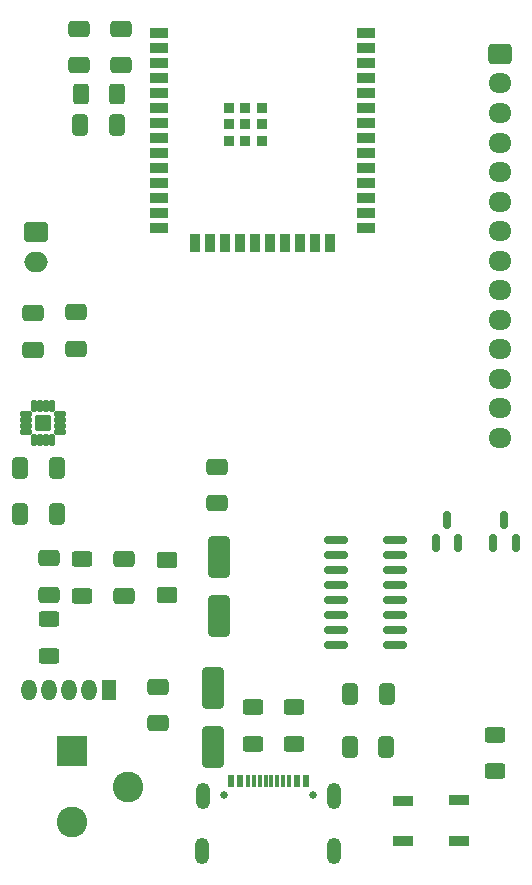
<source format=gbr>
%TF.GenerationSoftware,KiCad,Pcbnew,7.0.8*%
%TF.CreationDate,2025-04-01T23:17:51+07:00*%
%TF.ProjectId,esp32_smth,65737033-325f-4736-9d74-682e6b696361,rev?*%
%TF.SameCoordinates,Original*%
%TF.FileFunction,Soldermask,Top*%
%TF.FilePolarity,Negative*%
%FSLAX46Y46*%
G04 Gerber Fmt 4.6, Leading zero omitted, Abs format (unit mm)*
G04 Created by KiCad (PCBNEW 7.0.8) date 2025-04-01 23:17:51*
%MOMM*%
%LPD*%
G01*
G04 APERTURE LIST*
G04 Aperture macros list*
%AMRoundRect*
0 Rectangle with rounded corners*
0 $1 Rounding radius*
0 $2 $3 $4 $5 $6 $7 $8 $9 X,Y pos of 4 corners*
0 Add a 4 corners polygon primitive as box body*
4,1,4,$2,$3,$4,$5,$6,$7,$8,$9,$2,$3,0*
0 Add four circle primitives for the rounded corners*
1,1,$1+$1,$2,$3*
1,1,$1+$1,$4,$5*
1,1,$1+$1,$6,$7*
1,1,$1+$1,$8,$9*
0 Add four rect primitives between the rounded corners*
20,1,$1+$1,$2,$3,$4,$5,0*
20,1,$1+$1,$4,$5,$6,$7,0*
20,1,$1+$1,$6,$7,$8,$9,0*
20,1,$1+$1,$8,$9,$2,$3,0*%
G04 Aperture macros list end*
%ADD10R,2.600000X2.600000*%
%ADD11C,2.600000*%
%ADD12C,0.650000*%
%ADD13R,0.540000X1.100000*%
%ADD14R,0.300000X1.100000*%
%ADD15O,1.200000X2.250000*%
%ADD16RoundRect,0.250000X-0.650000X0.412500X-0.650000X-0.412500X0.650000X-0.412500X0.650000X0.412500X0*%
%ADD17RoundRect,0.250000X-0.725000X0.600000X-0.725000X-0.600000X0.725000X-0.600000X0.725000X0.600000X0*%
%ADD18O,1.950000X1.700000*%
%ADD19RoundRect,0.250000X0.650000X-0.412500X0.650000X0.412500X-0.650000X0.412500X-0.650000X-0.412500X0*%
%ADD20RoundRect,0.150000X0.150000X-0.587500X0.150000X0.587500X-0.150000X0.587500X-0.150000X-0.587500X0*%
%ADD21RoundRect,0.135750X-0.386250X-0.101250X0.386250X-0.101250X0.386250X0.101250X-0.386250X0.101250X0*%
%ADD22RoundRect,0.135750X-0.101250X-0.386250X0.101250X-0.386250X0.101250X0.386250X-0.101250X0.386250X0*%
%ADD23RoundRect,0.102000X-0.550000X-0.550000X0.550000X-0.550000X0.550000X0.550000X-0.550000X0.550000X0*%
%ADD24RoundRect,0.250000X-0.625000X0.400000X-0.625000X-0.400000X0.625000X-0.400000X0.625000X0.400000X0*%
%ADD25RoundRect,0.250000X0.650000X-1.500000X0.650000X1.500000X-0.650000X1.500000X-0.650000X-1.500000X0*%
%ADD26RoundRect,0.250000X-0.412500X-0.650000X0.412500X-0.650000X0.412500X0.650000X-0.412500X0.650000X0*%
%ADD27RoundRect,0.250000X0.412500X0.650000X-0.412500X0.650000X-0.412500X-0.650000X0.412500X-0.650000X0*%
%ADD28R,1.500000X0.900000*%
%ADD29R,0.900000X1.500000*%
%ADD30R,0.900000X0.900000*%
%ADD31R,1.700000X0.900000*%
%ADD32R,1.275000X1.800000*%
%ADD33O,1.275000X1.800000*%
%ADD34RoundRect,0.150000X-0.825000X-0.150000X0.825000X-0.150000X0.825000X0.150000X-0.825000X0.150000X0*%
%ADD35RoundRect,0.250001X0.624999X-0.462499X0.624999X0.462499X-0.624999X0.462499X-0.624999X-0.462499X0*%
%ADD36RoundRect,0.250000X0.625000X-0.400000X0.625000X0.400000X-0.625000X0.400000X-0.625000X-0.400000X0*%
%ADD37RoundRect,0.250000X-0.650000X1.500000X-0.650000X-1.500000X0.650000X-1.500000X0.650000X1.500000X0*%
%ADD38RoundRect,0.250000X-0.750000X0.600000X-0.750000X-0.600000X0.750000X-0.600000X0.750000X0.600000X0*%
%ADD39O,2.000000X1.700000*%
%ADD40RoundRect,0.250000X-0.400000X-0.625000X0.400000X-0.625000X0.400000X0.625000X-0.400000X0.625000X0*%
G04 APERTURE END LIST*
D10*
%TO.C,J4*%
X182675000Y-148850000D03*
D11*
X182675000Y-154850000D03*
X187375000Y-151850000D03*
%TD*%
D12*
%TO.C,J2*%
X195535000Y-152572500D03*
X203035000Y-152572500D03*
D13*
X196085000Y-151372500D03*
X196835000Y-151372500D03*
D14*
X198035000Y-151372500D03*
X199035000Y-151372500D03*
X199535000Y-151372500D03*
X200535000Y-151372500D03*
D13*
X201735000Y-151372500D03*
X202485000Y-151372500D03*
X202485000Y-151372500D03*
X201735000Y-151372500D03*
D14*
X201035000Y-151372500D03*
X200035000Y-151372500D03*
X198535000Y-151372500D03*
X197535000Y-151372500D03*
D13*
X196835000Y-151372500D03*
X196085000Y-151372500D03*
D15*
X193690000Y-157252500D03*
X193710000Y-152652500D03*
X204840000Y-157252500D03*
X204860000Y-152652500D03*
%TD*%
D16*
%TO.C,C2*%
X187075000Y-132562500D03*
X187075000Y-135687500D03*
%TD*%
D17*
%TO.C,J1*%
X218925000Y-89800000D03*
D18*
X218925000Y-92300000D03*
X218925000Y-94800000D03*
X218925000Y-97300000D03*
X218925000Y-99800000D03*
X218925000Y-102300000D03*
X218925000Y-104800000D03*
X218925000Y-107300000D03*
X218925000Y-109800000D03*
X218925000Y-112300000D03*
X218925000Y-114800000D03*
X218925000Y-117300000D03*
X218925000Y-119800000D03*
X218925000Y-122300000D03*
%TD*%
D19*
%TO.C,C9*%
X183200000Y-90775000D03*
X183200000Y-87650000D03*
%TD*%
D20*
%TO.C,Q2*%
X218300000Y-131175000D03*
X220200000Y-131175000D03*
X219250000Y-129300000D03*
%TD*%
D19*
%TO.C,C7*%
X179325000Y-114887500D03*
X179325000Y-111762500D03*
%TD*%
D21*
%TO.C,U3*%
X178740000Y-120300000D03*
X178740000Y-120800000D03*
X178740000Y-121300000D03*
X178740000Y-121800000D03*
D22*
X179425000Y-122485000D03*
X179925000Y-122485000D03*
X180425000Y-122485000D03*
X180925000Y-122485000D03*
D21*
X181610000Y-121800000D03*
X181610000Y-121300000D03*
X181610000Y-120800000D03*
X181610000Y-120300000D03*
D22*
X180925000Y-119615000D03*
X180425000Y-119615000D03*
X179925000Y-119615000D03*
X179425000Y-119615000D03*
D23*
X180175000Y-121050000D03*
%TD*%
D24*
%TO.C,R6*%
X218450000Y-147425000D03*
X218450000Y-150525000D03*
%TD*%
D25*
%TO.C,D1*%
X195075000Y-137425000D03*
X195075000Y-132425000D03*
%TD*%
D26*
%TO.C,C5*%
X178287500Y-124875000D03*
X181412500Y-124875000D03*
%TD*%
D27*
%TO.C,C11*%
X209287500Y-143950000D03*
X206162500Y-143950000D03*
%TD*%
%TO.C,C13*%
X209275000Y-148500000D03*
X206150000Y-148500000D03*
%TD*%
D28*
%TO.C,U1*%
X190050000Y-88040000D03*
X190050000Y-89310000D03*
X190050000Y-90580000D03*
X190050000Y-91850000D03*
X190050000Y-93120000D03*
X190050000Y-94390000D03*
X190050000Y-95660000D03*
X190050000Y-96930000D03*
X190050000Y-98200000D03*
X190050000Y-99470000D03*
X190050000Y-100740000D03*
X190050000Y-102010000D03*
X190050000Y-103280000D03*
X190050000Y-104550000D03*
D29*
X193080000Y-105800000D03*
X194350000Y-105800000D03*
X195620000Y-105800000D03*
X196890000Y-105800000D03*
X198160000Y-105800000D03*
X199430000Y-105800000D03*
X200700000Y-105800000D03*
X201970000Y-105800000D03*
X203240000Y-105800000D03*
X204510000Y-105800000D03*
D28*
X207550000Y-104550000D03*
X207550000Y-103280000D03*
X207550000Y-102010000D03*
X207550000Y-100740000D03*
X207550000Y-99470000D03*
X207550000Y-98200000D03*
X207550000Y-96930000D03*
X207550000Y-95660000D03*
X207550000Y-94390000D03*
X207550000Y-93120000D03*
X207550000Y-91850000D03*
X207550000Y-90580000D03*
X207550000Y-89310000D03*
X207550000Y-88040000D03*
D30*
X195900000Y-94360000D03*
X195900000Y-94360000D03*
X195900000Y-95760000D03*
X195900000Y-97160000D03*
X195900000Y-97160000D03*
X197300000Y-94360000D03*
X197300000Y-95760000D03*
X197300000Y-97160000D03*
X197300000Y-97160000D03*
X198700000Y-94360000D03*
X198700000Y-95760000D03*
X198700000Y-97160000D03*
%TD*%
D31*
%TO.C,SW1*%
X210700000Y-153050000D03*
X210700000Y-156450000D03*
%TD*%
D27*
%TO.C,C10*%
X186450000Y-95775000D03*
X183325000Y-95775000D03*
%TD*%
D31*
%TO.C,SW2*%
X215400000Y-153000000D03*
X215400000Y-156400000D03*
%TD*%
D32*
%TO.C,U2*%
X185775000Y-143630000D03*
D33*
X184075000Y-143630000D03*
X182375000Y-143630000D03*
X180675000Y-143630000D03*
X178975000Y-143630000D03*
%TD*%
D34*
%TO.C,U4*%
X205025000Y-130980000D03*
X205025000Y-132250000D03*
X205025000Y-133520000D03*
X205025000Y-134790000D03*
X205025000Y-136060000D03*
X205025000Y-137330000D03*
X205025000Y-138600000D03*
X205025000Y-139870000D03*
X209975000Y-139870000D03*
X209975000Y-138600000D03*
X209975000Y-137330000D03*
X209975000Y-136060000D03*
X209975000Y-134790000D03*
X209975000Y-133520000D03*
X209975000Y-132250000D03*
X209975000Y-130980000D03*
%TD*%
D35*
%TO.C,L1*%
X190675000Y-135587500D03*
X190675000Y-132612500D03*
%TD*%
D16*
%TO.C,C3*%
X180700000Y-132462500D03*
X180700000Y-135587500D03*
%TD*%
D36*
%TO.C,R4*%
X201475000Y-148200000D03*
X201475000Y-145100000D03*
%TD*%
D19*
%TO.C,C8*%
X186800000Y-90775000D03*
X186800000Y-87650000D03*
%TD*%
%TO.C,C1*%
X189900000Y-146487500D03*
X189900000Y-143362500D03*
%TD*%
D36*
%TO.C,R3*%
X198000000Y-148200000D03*
X198000000Y-145100000D03*
%TD*%
D26*
%TO.C,C4*%
X178287500Y-128775000D03*
X181412500Y-128775000D03*
%TD*%
D37*
%TO.C,D2*%
X194625000Y-143500000D03*
X194625000Y-148500000D03*
%TD*%
D19*
%TO.C,C6*%
X182950000Y-114812500D03*
X182950000Y-111687500D03*
%TD*%
D38*
%TO.C,J3*%
X179625000Y-104900000D03*
D39*
X179625000Y-107400000D03*
%TD*%
D19*
%TO.C,C12*%
X194950000Y-127862500D03*
X194950000Y-124737500D03*
%TD*%
D20*
%TO.C,Q1*%
X213450000Y-131175000D03*
X215350000Y-131175000D03*
X214400000Y-129300000D03*
%TD*%
D40*
%TO.C,R5*%
X183375000Y-93150000D03*
X186475000Y-93150000D03*
%TD*%
D24*
%TO.C,R2*%
X183525000Y-132575000D03*
X183525000Y-135675000D03*
%TD*%
D36*
%TO.C,R1*%
X180675000Y-140750000D03*
X180675000Y-137650000D03*
%TD*%
M02*

</source>
